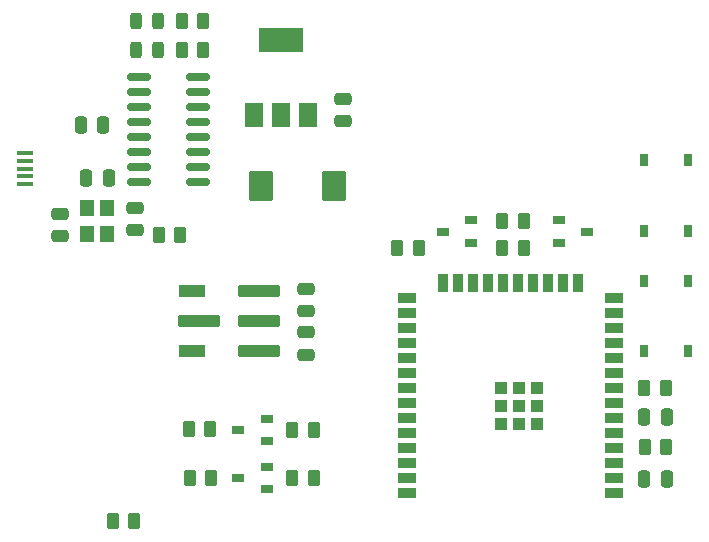
<source format=gtp>
G04 #@! TF.GenerationSoftware,KiCad,Pcbnew,(6.0.8-1)-1*
G04 #@! TF.CreationDate,2023-02-13T12:35:40+01:00*
G04 #@! TF.ProjectId,ithowifi_4l,6974686f-7769-4666-995f-346c2e6b6963,rev?*
G04 #@! TF.SameCoordinates,Original*
G04 #@! TF.FileFunction,Paste,Top*
G04 #@! TF.FilePolarity,Positive*
%FSLAX46Y46*%
G04 Gerber Fmt 4.6, Leading zero omitted, Abs format (unit mm)*
G04 Created by KiCad (PCBNEW (6.0.8-1)-1) date 2023-02-13 12:35:40*
%MOMM*%
%LPD*%
G01*
G04 APERTURE LIST*
G04 Aperture macros list*
%AMRoundRect*
0 Rectangle with rounded corners*
0 $1 Rounding radius*
0 $2 $3 $4 $5 $6 $7 $8 $9 X,Y pos of 4 corners*
0 Add a 4 corners polygon primitive as box body*
4,1,4,$2,$3,$4,$5,$6,$7,$8,$9,$2,$3,0*
0 Add four circle primitives for the rounded corners*
1,1,$1+$1,$2,$3*
1,1,$1+$1,$4,$5*
1,1,$1+$1,$6,$7*
1,1,$1+$1,$8,$9*
0 Add four rect primitives between the rounded corners*
20,1,$1+$1,$2,$3,$4,$5,0*
20,1,$1+$1,$4,$5,$6,$7,0*
20,1,$1+$1,$6,$7,$8,$9,0*
20,1,$1+$1,$8,$9,$2,$3,0*%
G04 Aperture macros list end*
%ADD10R,1.500000X0.900000*%
%ADD11R,0.900000X1.500000*%
%ADD12R,1.050000X1.050000*%
%ADD13RoundRect,0.250000X0.262500X0.450000X-0.262500X0.450000X-0.262500X-0.450000X0.262500X-0.450000X0*%
%ADD14RoundRect,0.250000X-0.262500X-0.450000X0.262500X-0.450000X0.262500X0.450000X-0.262500X0.450000X0*%
%ADD15R,1.350000X0.400000*%
%ADD16RoundRect,0.250000X0.250000X0.475000X-0.250000X0.475000X-0.250000X-0.475000X0.250000X-0.475000X0*%
%ADD17R,1.000000X0.700000*%
%ADD18R,1.500000X2.000000*%
%ADD19R,3.800000X2.000000*%
%ADD20RoundRect,0.105000X1.655000X-0.420000X1.655000X0.420000X-1.655000X0.420000X-1.655000X-0.420000X0*%
%ADD21RoundRect,0.105000X1.005000X-0.420000X1.005000X0.420000X-1.005000X0.420000X-1.005000X-0.420000X0*%
%ADD22RoundRect,0.250000X0.475000X-0.250000X0.475000X0.250000X-0.475000X0.250000X-0.475000X-0.250000X0*%
%ADD23RoundRect,0.250000X-0.475000X0.250000X-0.475000X-0.250000X0.475000X-0.250000X0.475000X0.250000X0*%
%ADD24RoundRect,0.250000X-0.787500X-1.025000X0.787500X-1.025000X0.787500X1.025000X-0.787500X1.025000X0*%
%ADD25RoundRect,0.250000X-0.250000X-0.475000X0.250000X-0.475000X0.250000X0.475000X-0.250000X0.475000X0*%
%ADD26R,0.750000X1.000000*%
%ADD27RoundRect,0.243750X-0.243750X-0.456250X0.243750X-0.456250X0.243750X0.456250X-0.243750X0.456250X0*%
%ADD28RoundRect,0.150000X-0.825000X-0.150000X0.825000X-0.150000X0.825000X0.150000X-0.825000X0.150000X0*%
%ADD29R,1.200000X1.400000*%
G04 APERTURE END LIST*
D10*
X106743200Y-148615406D03*
X106743200Y-147345406D03*
X106743200Y-146075406D03*
X106743200Y-144805406D03*
X106743200Y-143535406D03*
X106743200Y-142265406D03*
X106743200Y-140995406D03*
X106743200Y-139725406D03*
X106743200Y-138455406D03*
X106743200Y-137185406D03*
X106743200Y-135915406D03*
X106743200Y-134645406D03*
X106743200Y-133375406D03*
X106743200Y-132105406D03*
D11*
X103713200Y-130855406D03*
X102443200Y-130855406D03*
X101173200Y-130855406D03*
X99903200Y-130855406D03*
X98633200Y-130855406D03*
X97363200Y-130855406D03*
X96093200Y-130855406D03*
X94823200Y-130855406D03*
X93553200Y-130855406D03*
X92283200Y-130855406D03*
D10*
X89243200Y-132105406D03*
X89243200Y-133375406D03*
X89243200Y-134645406D03*
X89243200Y-135915406D03*
X89243200Y-137185406D03*
X89243200Y-138455406D03*
X89243200Y-139725406D03*
X89243200Y-140995406D03*
X89243200Y-142265406D03*
X89243200Y-143535406D03*
X89243200Y-144805406D03*
X89243200Y-146075406D03*
X89243200Y-147345406D03*
X89243200Y-148615406D03*
D12*
X98673200Y-141275406D03*
X97148200Y-139750406D03*
X100198200Y-141275406D03*
X100198200Y-139750406D03*
X97148200Y-142800406D03*
X100198200Y-142800406D03*
X98673200Y-139750406D03*
X97148200Y-141275406D03*
X98673200Y-142800406D03*
D13*
X111131500Y-139734000D03*
X109306500Y-139734000D03*
D14*
X109330000Y-144754600D03*
X111155000Y-144754600D03*
D13*
X90200000Y-127855000D03*
X88375000Y-127855000D03*
D15*
X56853200Y-119868000D03*
X56853200Y-120518000D03*
X56853200Y-121168000D03*
X56853200Y-121818000D03*
X56853200Y-122468000D03*
D16*
X111182000Y-147412500D03*
X109282000Y-147412500D03*
D17*
X77338202Y-144234092D03*
X77338202Y-142334092D03*
X74938202Y-143284092D03*
X77338200Y-148296600D03*
X77338200Y-146396600D03*
X74938200Y-147346600D03*
D14*
X79476200Y-147320000D03*
X81301200Y-147320000D03*
X79476200Y-143319500D03*
X81301200Y-143319500D03*
D13*
X72620700Y-147372000D03*
X70795700Y-147372000D03*
X70024000Y-126746000D03*
X68199000Y-126746000D03*
D18*
X76211400Y-116599500D03*
X78511400Y-116599500D03*
D19*
X78511400Y-110299500D03*
D18*
X80811400Y-116599500D03*
D13*
X66103300Y-150977600D03*
X64278300Y-150977600D03*
D20*
X76708000Y-136634500D03*
X76708000Y-134094500D03*
X76708000Y-131554500D03*
D21*
X70978000Y-131554500D03*
D20*
X71628000Y-134094500D03*
D21*
X70978000Y-136634500D03*
D13*
X72568200Y-143243500D03*
X70743200Y-143243500D03*
D22*
X80645000Y-136906000D03*
X80645000Y-135006000D03*
D23*
X80645000Y-131318000D03*
X80645000Y-133218000D03*
D13*
X99090000Y-127855000D03*
X97265000Y-127855000D03*
D17*
X94655000Y-127442000D03*
X94655000Y-125542000D03*
X92255000Y-126492000D03*
X102050000Y-125542000D03*
X102050000Y-127442000D03*
X104450000Y-126492000D03*
D24*
X76821300Y-122631200D03*
X83046300Y-122631200D03*
D14*
X97265000Y-125569000D03*
X99090000Y-125569000D03*
D25*
X109301200Y-142189200D03*
X111201200Y-142189200D03*
D26*
X109250000Y-130638011D03*
X109250000Y-136638011D03*
X113000000Y-136638011D03*
X113000000Y-130638011D03*
D16*
X63942000Y-121920000D03*
X62042000Y-121920000D03*
D23*
X66167000Y-124460000D03*
X66167000Y-126360000D03*
D16*
X63500000Y-117475000D03*
X61600000Y-117475000D03*
D27*
X66262000Y-108666000D03*
X68137000Y-108666000D03*
D13*
X71962000Y-111092000D03*
X70137000Y-111092000D03*
X71962000Y-108666000D03*
X70137000Y-108666000D03*
D28*
X66538400Y-113414600D03*
X66538400Y-114684600D03*
X66538400Y-115954600D03*
X66538400Y-117224600D03*
X66538400Y-118494600D03*
X66538400Y-119764600D03*
X66538400Y-121034600D03*
X66538400Y-122304600D03*
X71488400Y-122304600D03*
X71488400Y-121034600D03*
X71488400Y-119764600D03*
X71488400Y-118494600D03*
X71488400Y-117224600D03*
X71488400Y-115954600D03*
X71488400Y-114684600D03*
X71488400Y-113414600D03*
D29*
X62142000Y-124503000D03*
X62142000Y-126703000D03*
X63842000Y-126703000D03*
X63842000Y-124503000D03*
D27*
X66262000Y-111092000D03*
X68137000Y-111092000D03*
D22*
X59817000Y-126868000D03*
X59817000Y-124968000D03*
D26*
X112991593Y-126444000D03*
X112991593Y-120444000D03*
X109241593Y-126444000D03*
X109241593Y-120444000D03*
D22*
X83820000Y-117155000D03*
X83820000Y-115255000D03*
M02*

</source>
